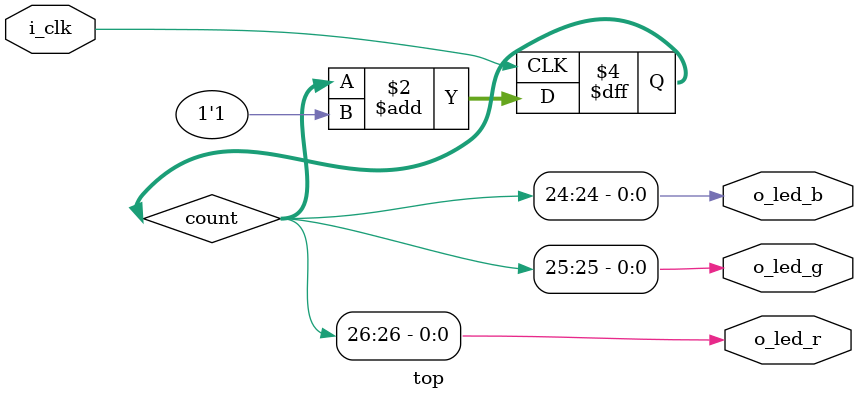
<source format=v>
module top (
    input wire i_clk,
    output wire o_led_r,
    output wire o_led_g,
    output wire o_led_b

);

reg [26:0] count = 0;

always @(posedge i_clk)
begin
    count <= count +1'b1;
end

assign o_led_r = count[26];
assign o_led_g = count[25];
assign o_led_b = count[24];

endmodule

</source>
